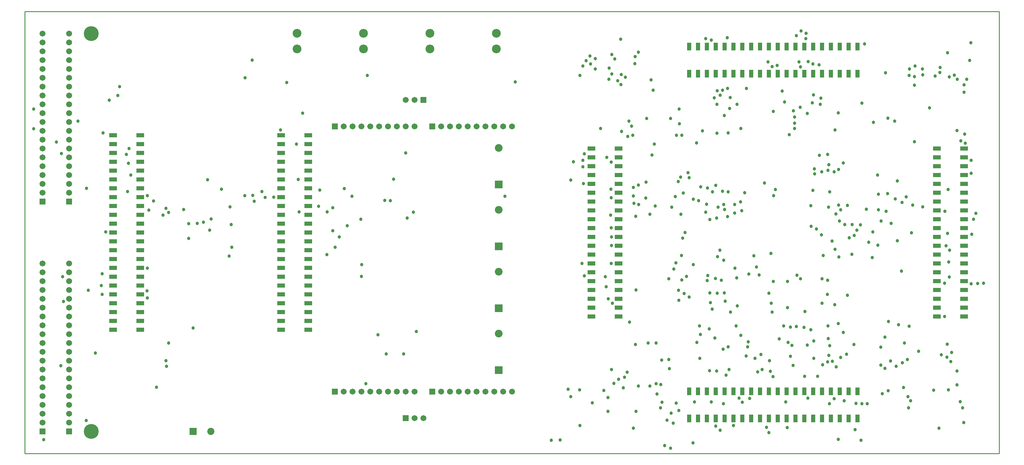
<source format=gbs>
G04 Layer_Color=16711935*
%FSLAX25Y25*%
%MOIN*%
G70*
G01*
G75*
%ADD21C,0.01000*%
%ADD39R,0.08674X0.04737*%
%ADD41R,0.04737X0.08674*%
%ADD47R,0.06706X0.06706*%
%ADD48C,0.06706*%
%ADD49C,0.09900*%
%ADD50R,0.06706X0.06706*%
%ADD51C,0.08674*%
%ADD52R,0.08674X0.08674*%
%ADD53R,0.08083X0.08083*%
%ADD54C,0.08083*%
%ADD55C,0.16800*%
%ADD56C,0.03800*%
D21*
X0Y0D02*
X1100000D01*
Y500000D01*
X0D02*
X1100000D01*
X0Y0D02*
Y500000D01*
D39*
X130291Y140000D02*
D03*
Y150000D02*
D03*
X99583Y210000D02*
D03*
Y190000D02*
D03*
Y180000D02*
D03*
Y170000D02*
D03*
Y200000D02*
D03*
Y250000D02*
D03*
Y220000D02*
D03*
Y230000D02*
D03*
Y240000D02*
D03*
Y260000D02*
D03*
Y300000D02*
D03*
Y270000D02*
D03*
Y280000D02*
D03*
Y290000D02*
D03*
Y310000D02*
D03*
Y350000D02*
D03*
Y320000D02*
D03*
Y330000D02*
D03*
Y340000D02*
D03*
Y360000D02*
D03*
X130291D02*
D03*
Y340000D02*
D03*
Y330000D02*
D03*
Y320000D02*
D03*
Y350000D02*
D03*
Y310000D02*
D03*
Y290000D02*
D03*
Y280000D02*
D03*
Y270000D02*
D03*
Y300000D02*
D03*
Y260000D02*
D03*
Y240000D02*
D03*
Y230000D02*
D03*
Y220000D02*
D03*
Y250000D02*
D03*
Y200000D02*
D03*
Y170000D02*
D03*
Y180000D02*
D03*
Y190000D02*
D03*
Y210000D02*
D03*
X289291D02*
D03*
Y190000D02*
D03*
Y180000D02*
D03*
Y170000D02*
D03*
Y200000D02*
D03*
Y250000D02*
D03*
Y220000D02*
D03*
Y230000D02*
D03*
Y240000D02*
D03*
Y260000D02*
D03*
Y300000D02*
D03*
Y270000D02*
D03*
Y280000D02*
D03*
Y290000D02*
D03*
Y310000D02*
D03*
Y350000D02*
D03*
Y320000D02*
D03*
Y330000D02*
D03*
Y340000D02*
D03*
Y360000D02*
D03*
X320000D02*
D03*
Y340000D02*
D03*
Y330000D02*
D03*
Y320000D02*
D03*
Y350000D02*
D03*
Y310000D02*
D03*
Y290000D02*
D03*
Y280000D02*
D03*
Y270000D02*
D03*
Y300000D02*
D03*
Y260000D02*
D03*
Y240000D02*
D03*
Y230000D02*
D03*
Y220000D02*
D03*
Y250000D02*
D03*
Y200000D02*
D03*
Y170000D02*
D03*
Y180000D02*
D03*
Y190000D02*
D03*
Y210000D02*
D03*
X130291Y160000D02*
D03*
X99583Y140000D02*
D03*
Y150000D02*
D03*
Y160000D02*
D03*
X320000D02*
D03*
Y150000D02*
D03*
Y140000D02*
D03*
X289291D02*
D03*
Y150000D02*
D03*
Y160000D02*
D03*
X639646Y195000D02*
D03*
Y175000D02*
D03*
Y165000D02*
D03*
Y155000D02*
D03*
Y185000D02*
D03*
Y235000D02*
D03*
Y205000D02*
D03*
Y215000D02*
D03*
Y225000D02*
D03*
Y245000D02*
D03*
Y285000D02*
D03*
Y255000D02*
D03*
Y265000D02*
D03*
Y275000D02*
D03*
Y295000D02*
D03*
Y335000D02*
D03*
Y305000D02*
D03*
Y315000D02*
D03*
Y325000D02*
D03*
Y345000D02*
D03*
X670354D02*
D03*
Y325000D02*
D03*
Y315000D02*
D03*
Y305000D02*
D03*
Y335000D02*
D03*
Y295000D02*
D03*
Y275000D02*
D03*
Y265000D02*
D03*
Y255000D02*
D03*
Y285000D02*
D03*
Y245000D02*
D03*
Y225000D02*
D03*
Y215000D02*
D03*
Y205000D02*
D03*
Y235000D02*
D03*
Y185000D02*
D03*
Y155000D02*
D03*
Y165000D02*
D03*
Y175000D02*
D03*
Y195000D02*
D03*
X1060354Y305000D02*
D03*
Y325000D02*
D03*
Y335000D02*
D03*
Y345000D02*
D03*
Y315000D02*
D03*
Y265000D02*
D03*
Y295000D02*
D03*
Y285000D02*
D03*
Y275000D02*
D03*
Y255000D02*
D03*
Y215000D02*
D03*
Y245000D02*
D03*
Y235000D02*
D03*
Y225000D02*
D03*
Y205000D02*
D03*
Y165000D02*
D03*
Y195000D02*
D03*
Y185000D02*
D03*
Y175000D02*
D03*
Y155000D02*
D03*
X1029646D02*
D03*
Y175000D02*
D03*
Y185000D02*
D03*
Y195000D02*
D03*
Y165000D02*
D03*
Y205000D02*
D03*
Y225000D02*
D03*
Y235000D02*
D03*
Y245000D02*
D03*
Y215000D02*
D03*
Y255000D02*
D03*
Y275000D02*
D03*
Y285000D02*
D03*
Y295000D02*
D03*
Y265000D02*
D03*
Y315000D02*
D03*
Y345000D02*
D03*
Y335000D02*
D03*
Y325000D02*
D03*
Y305000D02*
D03*
D41*
X790000Y70354D02*
D03*
X770000D02*
D03*
X760000D02*
D03*
X750000D02*
D03*
X780000D02*
D03*
X830000D02*
D03*
X800000D02*
D03*
X810000D02*
D03*
X820000D02*
D03*
X840000D02*
D03*
X880000D02*
D03*
X850000D02*
D03*
X860000D02*
D03*
X870000D02*
D03*
X890000D02*
D03*
X930000D02*
D03*
X900000D02*
D03*
X910000D02*
D03*
X920000D02*
D03*
X940000D02*
D03*
Y39646D02*
D03*
X920000D02*
D03*
X910000D02*
D03*
X900000D02*
D03*
X930000D02*
D03*
X890000D02*
D03*
X870000D02*
D03*
X860000D02*
D03*
X850000D02*
D03*
X880000D02*
D03*
X840000D02*
D03*
X820000D02*
D03*
X810000D02*
D03*
X800000D02*
D03*
X830000D02*
D03*
X780000D02*
D03*
X750000D02*
D03*
X760000D02*
D03*
X770000D02*
D03*
X790000D02*
D03*
X900000Y429646D02*
D03*
X920000D02*
D03*
X930000D02*
D03*
X940000D02*
D03*
X910000D02*
D03*
X860000D02*
D03*
X890000D02*
D03*
X880000D02*
D03*
X870000D02*
D03*
X850000D02*
D03*
X810000D02*
D03*
X840000D02*
D03*
X830000D02*
D03*
X820000D02*
D03*
X800000D02*
D03*
X760000D02*
D03*
X790000D02*
D03*
X780000D02*
D03*
X770000D02*
D03*
X750000D02*
D03*
Y460354D02*
D03*
X770000D02*
D03*
X780000D02*
D03*
X790000D02*
D03*
X760000D02*
D03*
X800000D02*
D03*
X820000D02*
D03*
X830000D02*
D03*
X840000D02*
D03*
X810000D02*
D03*
X850000D02*
D03*
X870000D02*
D03*
X880000D02*
D03*
X890000D02*
D03*
X860000D02*
D03*
X910000D02*
D03*
X940000D02*
D03*
X930000D02*
D03*
X920000D02*
D03*
X900000D02*
D03*
D47*
X430000Y40000D02*
D03*
X450000Y400000D02*
D03*
X460000Y370000D02*
D03*
X350000D02*
D03*
X460000Y70000D02*
D03*
X350000D02*
D03*
D48*
X440000Y40000D02*
D03*
X450000D02*
D03*
X20000Y35000D02*
D03*
Y45000D02*
D03*
Y55000D02*
D03*
Y65000D02*
D03*
Y75000D02*
D03*
Y85000D02*
D03*
Y95000D02*
D03*
Y105000D02*
D03*
Y115000D02*
D03*
Y125000D02*
D03*
Y135000D02*
D03*
Y145000D02*
D03*
Y155000D02*
D03*
Y165000D02*
D03*
Y175000D02*
D03*
Y185000D02*
D03*
Y195000D02*
D03*
Y205000D02*
D03*
Y215000D02*
D03*
X50000Y35000D02*
D03*
Y45000D02*
D03*
Y55000D02*
D03*
Y65000D02*
D03*
Y75000D02*
D03*
Y85000D02*
D03*
Y95000D02*
D03*
Y105000D02*
D03*
Y115000D02*
D03*
Y125000D02*
D03*
Y135000D02*
D03*
Y145000D02*
D03*
Y155000D02*
D03*
Y165000D02*
D03*
Y175000D02*
D03*
Y185000D02*
D03*
Y195000D02*
D03*
Y205000D02*
D03*
Y215000D02*
D03*
Y295000D02*
D03*
Y305000D02*
D03*
Y315000D02*
D03*
Y325000D02*
D03*
Y335000D02*
D03*
Y345000D02*
D03*
Y355000D02*
D03*
Y365000D02*
D03*
Y375000D02*
D03*
Y385000D02*
D03*
Y395000D02*
D03*
Y405000D02*
D03*
Y415000D02*
D03*
Y425000D02*
D03*
Y435000D02*
D03*
Y445000D02*
D03*
Y455000D02*
D03*
Y465000D02*
D03*
Y475000D02*
D03*
X20000Y295000D02*
D03*
Y305000D02*
D03*
Y315000D02*
D03*
Y325000D02*
D03*
Y335000D02*
D03*
Y345000D02*
D03*
Y355000D02*
D03*
Y365000D02*
D03*
Y375000D02*
D03*
Y385000D02*
D03*
Y395000D02*
D03*
Y405000D02*
D03*
Y415000D02*
D03*
Y425000D02*
D03*
Y435000D02*
D03*
Y445000D02*
D03*
Y455000D02*
D03*
Y465000D02*
D03*
Y475000D02*
D03*
X440000Y400000D02*
D03*
X430000D02*
D03*
X480000Y370000D02*
D03*
X550000D02*
D03*
X540000D02*
D03*
X530000D02*
D03*
X520000D02*
D03*
X510000D02*
D03*
X500000D02*
D03*
X490000D02*
D03*
X470000D02*
D03*
X370000D02*
D03*
X440000D02*
D03*
X430000D02*
D03*
X420000D02*
D03*
X410000D02*
D03*
X400000D02*
D03*
X390000D02*
D03*
X380000D02*
D03*
X360000D02*
D03*
X480000Y70000D02*
D03*
X550000D02*
D03*
X540000D02*
D03*
X530000D02*
D03*
X520000D02*
D03*
X510000D02*
D03*
X500000D02*
D03*
X490000D02*
D03*
X470000D02*
D03*
X370000D02*
D03*
X440000D02*
D03*
X430000D02*
D03*
X420000D02*
D03*
X410000D02*
D03*
X400000D02*
D03*
X390000D02*
D03*
X380000D02*
D03*
X360000D02*
D03*
D49*
X457283Y457598D02*
D03*
Y475315D02*
D03*
X307283Y457598D02*
D03*
Y475315D02*
D03*
X532283Y457598D02*
D03*
Y475315D02*
D03*
X382283Y457598D02*
D03*
Y475315D02*
D03*
D50*
X20000Y25000D02*
D03*
X50000D02*
D03*
Y285000D02*
D03*
X20000D02*
D03*
D51*
X535000Y275591D02*
D03*
Y135591D02*
D03*
Y345591D02*
D03*
Y205591D02*
D03*
D52*
Y234409D02*
D03*
Y94409D02*
D03*
Y304409D02*
D03*
Y164409D02*
D03*
D53*
X190000Y25000D02*
D03*
D54*
X210000D02*
D03*
D55*
X75000Y475000D02*
D03*
Y25000D02*
D03*
D56*
X360500Y299700D02*
D03*
X369200Y291000D02*
D03*
X87204Y180000D02*
D03*
X43700Y172000D02*
D03*
X71647Y184700D02*
D03*
X86200Y190000D02*
D03*
X87300Y203400D02*
D03*
X179300Y276100D02*
D03*
X341100Y225000D02*
D03*
X281100Y290000D02*
D03*
X341400Y273200D02*
D03*
X313500Y385000D02*
D03*
X210200Y265300D02*
D03*
X10000Y389500D02*
D03*
X206300Y309600D02*
D03*
X160000Y98700D02*
D03*
X69400Y37400D02*
D03*
X21400Y15600D02*
D03*
X138200Y176000D02*
D03*
X138000Y184000D02*
D03*
X185100Y243200D02*
D03*
X105100Y405000D02*
D03*
X208800Y252500D02*
D03*
X162300Y125000D02*
D03*
Y272500D02*
D03*
X91200Y250500D02*
D03*
X233000Y258900D02*
D03*
X107000Y415000D02*
D03*
X9900Y367300D02*
D03*
X116000Y296400D02*
D03*
X41200Y339400D02*
D03*
X114800Y338300D02*
D03*
X117000Y328400D02*
D03*
X35600Y352300D02*
D03*
X88300Y362800D02*
D03*
X95200Y399600D02*
D03*
X117600Y345000D02*
D03*
X138300Y209800D02*
D03*
X887400Y280300D02*
D03*
X921000Y108700D02*
D03*
X690100Y185000D02*
D03*
X1038300Y155000D02*
D03*
X889650Y297550D02*
D03*
X257300Y292000D02*
D03*
X962700Y315000D02*
D03*
X958100Y374500D02*
D03*
X812800Y294900D02*
D03*
X1027600Y426884D02*
D03*
X974300Y379200D02*
D03*
X727700Y96000D02*
D03*
X675500Y74400D02*
D03*
X796516Y159916D02*
D03*
X727000Y106200D02*
D03*
X794000Y362800D02*
D03*
X907800Y326700D02*
D03*
X945000Y56400D02*
D03*
X768700Y469200D02*
D03*
X876200Y478100D02*
D03*
X918300Y385300D02*
D03*
X1038300Y192700D02*
D03*
X949863Y276363D02*
D03*
X950900Y56200D02*
D03*
X1000100Y59700D02*
D03*
X978100Y260300D02*
D03*
X781300Y362400D02*
D03*
X758300Y351200D02*
D03*
X658500Y175000D02*
D03*
X1068200Y192100D02*
D03*
X966700Y263100D02*
D03*
X347600Y278100D02*
D03*
Y251900D02*
D03*
X1004400Y426200D02*
D03*
Y416500D02*
D03*
X943903Y15100D02*
D03*
X913700Y61900D02*
D03*
X925000Y59800D02*
D03*
X918400Y16000D02*
D03*
X604402Y15200D02*
D03*
X703543Y125000D02*
D03*
X776043Y163300D02*
D03*
X936200Y246800D02*
D03*
X952700Y238900D02*
D03*
X739000Y372900D02*
D03*
X729100Y378900D02*
D03*
X673000Y417400D02*
D03*
X927800Y112300D02*
D03*
X996457Y106300D02*
D03*
X772500Y140900D02*
D03*
X918200Y147100D02*
D03*
X1004200Y352700D02*
D03*
X1060200Y408700D02*
D03*
X890300Y405700D02*
D03*
X857500Y397500D02*
D03*
X788300Y118043D02*
D03*
X864200Y110043D02*
D03*
X923957Y136957D02*
D03*
X937300Y27000D02*
D03*
X673300Y428500D02*
D03*
X706916Y422700D02*
D03*
X1026000Y71500D02*
D03*
X1032102Y28602D02*
D03*
X989700Y206300D02*
D03*
X770964Y201236D02*
D03*
X871800Y201800D02*
D03*
X770400Y195500D02*
D03*
X726900Y197500D02*
D03*
X875800Y197800D02*
D03*
X900000D02*
D03*
X190000Y142000D02*
D03*
X687100Y28800D02*
D03*
X689300Y123400D02*
D03*
X682800Y148700D02*
D03*
X971700Y430700D02*
D03*
X1013304Y435100D02*
D03*
X998300Y427600D02*
D03*
X1033402Y436700D02*
D03*
X781600Y410200D02*
D03*
X781400Y394900D02*
D03*
X808400Y367600D02*
D03*
X789600Y382400D02*
D03*
X793300Y412900D02*
D03*
X778300Y402300D02*
D03*
X662500Y429200D02*
D03*
X630000Y438300D02*
D03*
X633500Y444200D02*
D03*
X644100Y435100D02*
D03*
X871100Y472800D02*
D03*
X869000Y373800D02*
D03*
X898064Y394964D02*
D03*
X884400Y443200D02*
D03*
X779900Y303200D02*
D03*
X794000Y295900D02*
D03*
X891500Y316400D02*
D03*
X948100Y463400D02*
D03*
X814300Y110200D02*
D03*
X816102Y120500D02*
D03*
X831000Y112000D02*
D03*
X828900Y202072D02*
D03*
X816600Y126400D02*
D03*
X817200Y202900D02*
D03*
X662000Y329800D02*
D03*
Y289300D02*
D03*
X740800Y270600D02*
D03*
X742500Y243500D02*
D03*
X911161Y240400D02*
D03*
X943300Y258500D02*
D03*
X835000Y305900D02*
D03*
X842400Y226300D02*
D03*
X901300Y224100D02*
D03*
X900604Y100204D02*
D03*
X626800Y31600D02*
D03*
X619400Y329900D02*
D03*
X616200Y309200D02*
D03*
Y64200D02*
D03*
X890800Y107768D02*
D03*
Y127400D02*
D03*
X749900Y176900D02*
D03*
Y312000D02*
D03*
X748800Y317600D02*
D03*
X744400Y181000D02*
D03*
X907100Y130100D02*
D03*
X737700Y307500D02*
D03*
X738100Y184800D02*
D03*
X908500Y122100D02*
D03*
X743300Y294750D02*
D03*
X745300Y250100D02*
D03*
X899300Y247400D02*
D03*
X701400Y307100D02*
D03*
X701000Y289000D02*
D03*
X707900Y337500D02*
D03*
X689765Y268200D02*
D03*
X710800Y349900D02*
D03*
X631700Y338900D02*
D03*
X662000Y255400D02*
D03*
X662400Y235400D02*
D03*
X662000Y215000D02*
D03*
X662300Y95000D02*
D03*
X670400Y84000D02*
D03*
X705700Y76300D02*
D03*
X719100Y105700D02*
D03*
X791600Y88700D02*
D03*
X810000Y57900D02*
D03*
X936100Y123200D02*
D03*
X928700Y178900D02*
D03*
X789600Y181500D02*
D03*
X790700Y172300D02*
D03*
X914200Y168400D02*
D03*
X916000Y98100D02*
D03*
X801600Y209800D02*
D03*
X732500Y208700D02*
D03*
X908400Y56200D02*
D03*
X998200Y144100D02*
D03*
X992898Y125100D02*
D03*
X938245Y56500D02*
D03*
X975061Y149400D02*
D03*
X966300Y120200D02*
D03*
Y100000D02*
D03*
X840000Y23700D02*
D03*
X735300Y57100D02*
D03*
X730200Y278600D02*
D03*
X934100Y259000D02*
D03*
X891400Y322100D02*
D03*
X845300Y291500D02*
D03*
X842600Y170100D02*
D03*
X738200Y173300D02*
D03*
Y48483D02*
D03*
X800000Y31700D02*
D03*
X918800Y321300D02*
D03*
X808000Y284800D02*
D03*
X803600Y198600D02*
D03*
X747100Y200400D02*
D03*
X780100Y30950D02*
D03*
X913720Y318500D02*
D03*
X1052200Y365400D02*
D03*
X1059900Y35100D02*
D03*
X754300Y12100D02*
D03*
X732100Y34300D02*
D03*
X613400Y72600D02*
D03*
X709200Y411000D02*
D03*
X906300Y338400D02*
D03*
X729700Y45600D02*
D03*
X740200Y312700D02*
D03*
X906700Y320300D02*
D03*
X899700Y318500D02*
D03*
X985000Y308200D02*
D03*
X1001014Y249600D02*
D03*
X729100Y6100D02*
D03*
X725100Y37600D02*
D03*
X1061600Y351000D02*
D03*
X1068200Y331700D02*
D03*
X1068300Y316900D02*
D03*
X1060900Y361300D02*
D03*
X1021300Y390900D02*
D03*
X982100Y375900D02*
D03*
X1043900Y229839D02*
D03*
X1043100Y216500D02*
D03*
X1042600Y72100D02*
D03*
X1056000Y58700D02*
D03*
X1082300Y192700D02*
D03*
X379300Y265000D02*
D03*
X438500Y273100D02*
D03*
X380400Y213600D02*
D03*
X541900Y291000D02*
D03*
X416260Y310200D02*
D03*
X889700Y440800D02*
D03*
X1049300Y428000D02*
D03*
X792900Y470300D02*
D03*
X662500Y451400D02*
D03*
X689000Y448839D02*
D03*
X814600Y412900D02*
D03*
X838900Y443000D02*
D03*
X666020Y446280D02*
D03*
X692500Y454000D02*
D03*
X849452Y439048D02*
D03*
X678121Y425700D02*
D03*
X855000Y409900D02*
D03*
X875200Y391800D02*
D03*
X889000Y396600D02*
D03*
X818300Y62200D02*
D03*
X844595Y87095D02*
D03*
X847200Y298800D02*
D03*
X787720Y296700D02*
D03*
X851700Y129500D02*
D03*
X794000Y120800D02*
D03*
X859000Y58400D02*
D03*
X788800Y56300D02*
D03*
X866100Y122200D02*
D03*
X808400Y133600D02*
D03*
X883900Y62500D02*
D03*
X906300Y103500D02*
D03*
X880300Y87300D02*
D03*
X907700Y111000D02*
D03*
X905900Y180100D02*
D03*
X827300Y92300D02*
D03*
X900043Y170043D02*
D03*
X843500Y159900D02*
D03*
X806400Y62700D02*
D03*
X883400Y122700D02*
D03*
X879600Y142500D02*
D03*
X795000Y95000D02*
D03*
X864400Y143100D02*
D03*
X781000Y93200D02*
D03*
X762700Y134600D02*
D03*
X871000Y143584D02*
D03*
X629900Y324300D02*
D03*
X673600Y364300D02*
D03*
X684900Y370400D02*
D03*
X630700Y305400D02*
D03*
X626200Y71900D02*
D03*
X640800Y57300D02*
D03*
X655300Y200000D02*
D03*
X658300Y63400D02*
D03*
X687000Y291400D02*
D03*
X734300Y290600D02*
D03*
X735100Y215700D02*
D03*
X782100Y222500D02*
D03*
X773300Y264800D02*
D03*
X705700Y270500D02*
D03*
X687000Y301000D02*
D03*
X754500Y287500D02*
D03*
Y213800D02*
D03*
X789100Y218500D02*
D03*
X693000Y281700D02*
D03*
X780900Y266400D02*
D03*
X974700Y70900D02*
D03*
X1034500Y111600D02*
D03*
X1041200Y123700D02*
D03*
X990600Y102600D02*
D03*
X1041100Y108900D02*
D03*
X967900Y67765D02*
D03*
X997000Y64300D02*
D03*
X1045200Y104000D02*
D03*
X997700Y51500D02*
D03*
X1052400Y93300D02*
D03*
X1039900Y235000D02*
D03*
X925700Y259100D02*
D03*
X1002300Y281107D02*
D03*
X915700Y270900D02*
D03*
X1038800Y274100D02*
D03*
X919500Y263000D02*
D03*
X1042400Y298600D02*
D03*
X908602Y296000D02*
D03*
X1013500Y279000D02*
D03*
X963800Y275600D02*
D03*
Y293300D02*
D03*
X907200Y278600D02*
D03*
X221900Y299000D02*
D03*
X355100Y245100D02*
D03*
X185100Y260000D02*
D03*
X267700Y296400D02*
D03*
X233600Y233300D02*
D03*
X406300Y286400D02*
D03*
X333000Y298000D02*
D03*
X306500Y350100D02*
D03*
X42700Y200000D02*
D03*
X138300Y291500D02*
D03*
X201700Y261500D02*
D03*
X145200Y285500D02*
D03*
X140000Y275200D02*
D03*
X308800Y310000D02*
D03*
X231800Y279000D02*
D03*
X156000Y269600D02*
D03*
X119800Y314900D02*
D03*
X148600Y75000D02*
D03*
X385100Y78900D02*
D03*
X412600Y286000D02*
D03*
X159400Y105000D02*
D03*
Y277400D02*
D03*
X258900Y285300D02*
D03*
X271400Y289800D02*
D03*
X79500Y113600D02*
D03*
X40500Y99400D02*
D03*
X194800Y260200D02*
D03*
X256800Y445000D02*
D03*
X331800Y279800D02*
D03*
X248500Y425000D02*
D03*
X309800Y273400D02*
D03*
X69500Y300000D02*
D03*
X60000Y376000D02*
D03*
X230800Y223400D02*
D03*
X295500Y419800D02*
D03*
X1052300Y77800D02*
D03*
X722300Y9100D02*
D03*
X659400Y423284D02*
D03*
X735700Y359900D02*
D03*
X741800D02*
D03*
X765000Y365100D02*
D03*
X896900Y337277D02*
D03*
X863000Y360600D02*
D03*
X962900Y235700D02*
D03*
X956800Y221800D02*
D03*
X656300Y188800D02*
D03*
X984900Y240700D02*
D03*
X626700Y427500D02*
D03*
X386500D02*
D03*
X774043Y170500D02*
D03*
X804300Y166900D02*
D03*
X663300Y169900D02*
D03*
X594300Y15100D02*
D03*
X776300Y295900D02*
D03*
X923957Y328700D02*
D03*
X867600Y387800D02*
D03*
X795800Y390287D02*
D03*
X738525Y389800D02*
D03*
X1068000Y464800D02*
D03*
X1041700Y453400D02*
D03*
X669300Y421500D02*
D03*
X1009100Y115600D02*
D03*
X690100Y47700D02*
D03*
X658300D02*
D03*
X760700Y286000D02*
D03*
X661700Y299100D02*
D03*
X1060200Y417100D02*
D03*
X702100Y379000D02*
D03*
X845000Y387000D02*
D03*
X553600Y420200D02*
D03*
X712500Y125000D02*
D03*
X653800Y71400D02*
D03*
X1063200Y423200D02*
D03*
X1052500D02*
D03*
X1069100Y248000D02*
D03*
X288800Y366100D02*
D03*
X430000Y340000D02*
D03*
X1033100Y431000D02*
D03*
X1005000Y438300D02*
D03*
X998500Y434900D02*
D03*
X1013800Y428200D02*
D03*
X803900Y395100D02*
D03*
X796300Y402600D02*
D03*
X784900Y405200D02*
D03*
X787800Y411000D02*
D03*
X659700Y435900D02*
D03*
X644000Y446600D02*
D03*
X638000Y449500D02*
D03*
X638500Y440700D02*
D03*
X883400Y384500D02*
D03*
X898500Y402100D02*
D03*
X882000Y475300D02*
D03*
X869000Y380700D02*
D03*
X881600Y469200D02*
D03*
X875700Y437200D02*
D03*
X869100Y367600D02*
D03*
X874000Y443100D02*
D03*
X770500Y300300D02*
D03*
X782700Y278700D02*
D03*
X789820Y275900D02*
D03*
X801200Y271900D02*
D03*
Y281500D02*
D03*
X789000D02*
D03*
X809200Y274700D02*
D03*
X1066800Y444600D02*
D03*
X1073500Y271600D02*
D03*
X793400Y268000D02*
D03*
X826000Y211100D02*
D03*
X823100Y223600D02*
D03*
X914703Y231100D02*
D03*
X933700Y225300D02*
D03*
X918839Y222300D02*
D03*
X930500Y243900D02*
D03*
X939400Y252600D02*
D03*
X887700Y257100D02*
D03*
X661400Y269500D02*
D03*
X656900Y335000D02*
D03*
X893700Y254100D02*
D03*
X692600Y303700D02*
D03*
X662400Y245000D02*
D03*
X629000Y215100D02*
D03*
X631800Y201000D02*
D03*
X665100Y79400D02*
D03*
X679900Y91900D02*
D03*
X677100Y86400D02*
D03*
X692700Y76400D02*
D03*
X713500Y67200D02*
D03*
X712700Y79000D02*
D03*
X718100Y77900D02*
D03*
X719300Y58000D02*
D03*
X717700Y51700D02*
D03*
X773200Y181500D02*
D03*
X824400Y107500D02*
D03*
X781500Y181200D02*
D03*
X840100D02*
D03*
X840700Y104900D02*
D03*
X779800Y197900D02*
D03*
X844900Y194700D02*
D03*
X841800Y92900D02*
D03*
X786280Y195900D02*
D03*
X741600Y196200D02*
D03*
X785000Y26200D02*
D03*
X860523Y29177D02*
D03*
X986220Y145780D02*
D03*
X971100Y131700D02*
D03*
Y96300D02*
D03*
X837200Y29700D02*
D03*
X1056700Y353800D02*
D03*
X974000Y294000D02*
D03*
X972400Y274100D02*
D03*
X957300Y250600D02*
D03*
X1071100Y265000D02*
D03*
X1041500Y249000D02*
D03*
X1058620Y51720D02*
D03*
X364100Y257700D02*
D03*
X431500Y266300D02*
D03*
X408100Y112600D02*
D03*
X427700D02*
D03*
X379900Y200300D02*
D03*
X442100Y138100D02*
D03*
X398600Y134200D02*
D03*
X896600Y439600D02*
D03*
X1043800Y426000D02*
D03*
X672500Y468600D02*
D03*
X774900Y467700D02*
D03*
X688661Y440900D02*
D03*
X843800Y437700D02*
D03*
X914643Y366043D02*
D03*
X945000Y396400D02*
D03*
X761500Y144400D02*
D03*
X761900Y107800D02*
D03*
X775000Y58200D02*
D03*
X756000D02*
D03*
X856500Y144300D02*
D03*
X803100D02*
D03*
X778900Y130800D02*
D03*
X887300Y140000D02*
D03*
X911800Y104200D02*
D03*
X895000Y87400D02*
D03*
X906600Y144200D02*
D03*
X861500Y125600D02*
D03*
X861000Y194700D02*
D03*
X906400Y196100D02*
D03*
X867400Y99600D02*
D03*
X832262Y94900D02*
D03*
X861100Y165000D02*
D03*
X773000Y93800D02*
D03*
X880600Y160700D02*
D03*
X758700Y125800D02*
D03*
X682000Y376000D02*
D03*
X650000Y367800D02*
D03*
X629900Y331800D02*
D03*
X680600Y358800D02*
D03*
X768700Y272900D02*
D03*
X711500Y280000D02*
D03*
X687600Y283000D02*
D03*
X769500Y282100D02*
D03*
X784700Y230000D02*
D03*
X741200Y224000D02*
D03*
X686400Y359900D02*
D03*
X763100Y301600D02*
D03*
X1046300Y114400D02*
D03*
X992038Y74500D02*
D03*
X983800Y98500D02*
D03*
X1043700Y199600D02*
D03*
X1075700Y192400D02*
D03*
X977200Y104500D02*
D03*
X982500Y287900D02*
D03*
X921100Y275500D02*
D03*
X918600Y281000D02*
D03*
X995000Y290300D02*
D03*
X928500Y280700D02*
D03*
X990300Y284000D02*
D03*
X350400Y233300D02*
D03*
X248200Y291600D02*
D03*
M02*

</source>
